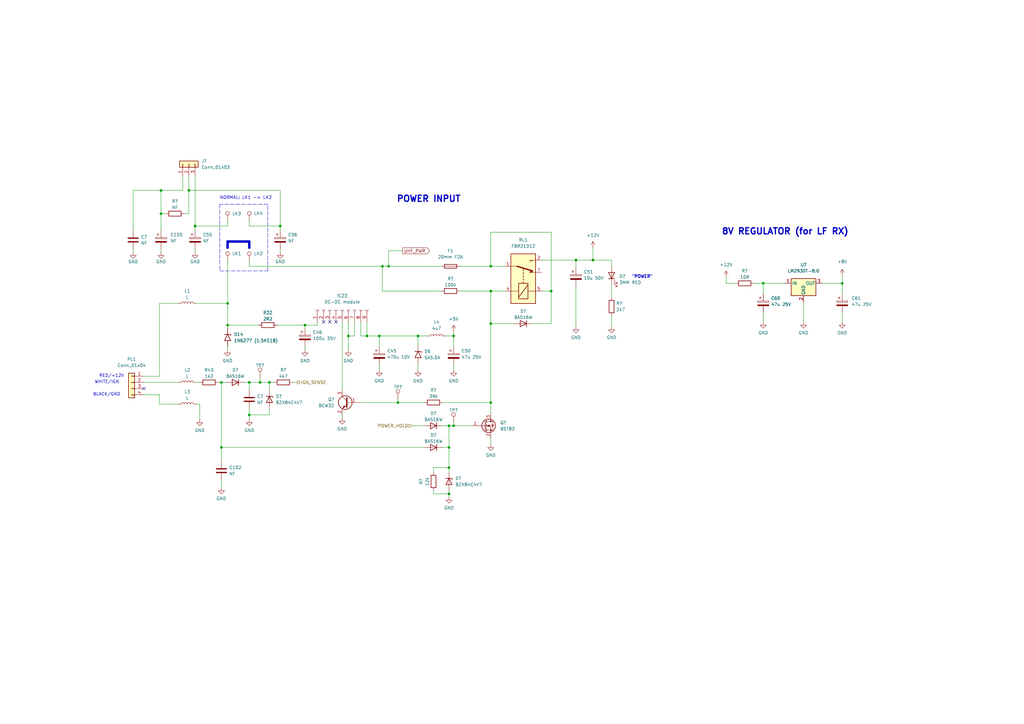
<source format=kicad_sch>
(kicad_sch (version 20211123) (generator eeschema)
  (paper "A3")
  (title_block (title "Datatrak Locator Mk.2 - Power Input and PSU") (date "2022-07-08") (rev "B"))
  (lib_symbols
    (symbol "Connector:Conn_01x09_Female" (pin_names (offset 1.016) hide)
      (property "Reference" "J" (at 0 12.7 0))
      (property "Value" "Conn_01x09_Female" (at 0 -12.7 0))
      (symbol "Conn_01x09_Female_1_1"
        (arc (start 0 -9.652) (mid -0.508 -10.16) (end 0 -10.668) (stroke (width 0.1524)))
        (arc (start 0 -7.112) (mid -0.508 -7.62) (end 0 -8.128) (stroke (width 0.1524)))
        (arc (start 0 -4.572) (mid -0.508 -5.08) (end 0 -5.588) (stroke (width 0.1524)))
        (arc (start 0 -2.032) (mid -0.508 -2.54) (end 0 -3.048) (stroke (width 0.1524)))
        (polyline (pts (xy -1.27 -10.16) (xy -0.508 -10.16)) (stroke (width 0.1524)))
        (polyline (pts (xy -1.27 -7.62) (xy -0.508 -7.62)) (stroke (width 0.1524)))
        (polyline (pts (xy -1.27 -5.08) (xy -0.508 -5.08)) (stroke (width 0.1524)))
        (polyline (pts (xy -1.27 -2.54) (xy -0.508 -2.54)) (stroke (width 0.1524)))
        (polyline (pts (xy -1.27 0) (xy -0.508 0)) (stroke (width 0.1524)))
        (polyline (pts (xy -1.27 2.54) (xy -0.508 2.54)) (stroke (width 0.1524)))
        (polyline (pts (xy -1.27 5.08) (xy -0.508 5.08)) (stroke (width 0.1524)))
        (polyline (pts (xy -1.27 7.62) (xy -0.508 7.62)) (stroke (width 0.1524)))
        (polyline (pts (xy -1.27 10.16) (xy -0.508 10.16)) (stroke (width 0.1524)))
        (arc (start 0 0.508) (mid -0.508 0) (end 0 -0.508) (stroke (width 0.1524)))
        (arc (start 0 3.048) (mid -0.508 2.54) (end 0 2.032) (stroke (width 0.1524)))
        (arc (start 0 5.588) (mid -0.508 5.08) (end 0 4.572) (stroke (width 0.1524)))
        (arc (start 0 8.128) (mid -0.508 7.62) (end 0 7.112) (stroke (width 0.1524)))
        (arc (start 0 10.668) (mid -0.508 10.16) (end 0 9.652) (stroke (width 0.1524)))
        (pin passive line (at -5.08 10.16 0) (length 3.81) (name "Pin_1") (number "1"))
        (pin passive line (at -5.08 7.62 0) (length 3.81) (name "Pin_2") (number "2"))
        (pin passive line (at -5.08 5.08 0) (length 3.81) (name "Pin_3") (number "3"))
        (pin passive line (at -5.08 2.54 0) (length 3.81) (name "Pin_4") (number "4"))
        (pin passive line (at -5.08 0 0) (length 3.81) (name "Pin_5") (number "5"))
        (pin passive line (at -5.08 -2.54 0) (length 3.81) (name "Pin_6") (number "6"))
        (pin passive line (at -5.08 -5.08 0) (length 3.81) (name "Pin_7") (number "7"))
        (pin passive line (at -5.08 -7.62 0) (length 3.81) (name "Pin_8") (number "8"))
        (pin passive line (at -5.08 -10.16 0) (length 3.81) (name "Pin_9") (number "9"))
      )
    )
    (symbol "Connector:TestPoint" (pin_numbers hide) (pin_names (offset 0.762) hide)
      (property "Reference" "TP" (at 0 6.858 0))
      (property "Value" "TestPoint" (at 0 5.08 0))
      (symbol "TestPoint_0_1"
        (circle (center 0 3.302) (radius 0.762))
      )
      (symbol "TestPoint_1_1"
        (pin passive line (at 0 0 90) (length 2.54) (name "1") (number "1"))
      )
    )
    (symbol "Connector_Generic:Conn_01x03" (pin_names (offset 1.016) hide)
      (property "Reference" "J" (at 0 5.08 0))
      (property "Value" "Conn_01x03" (at 0 -5.08 0))
      (symbol "Conn_01x03_1_1"
        (rectangle (start -1.27 -2.413) (end 0 -2.667) (stroke (width 0.1524)))
        (rectangle (start -1.27 0.127) (end 0 -0.127) (stroke (width 0.1524)))
        (rectangle (start -1.27 2.667) (end 0 2.413) (stroke (width 0.1524)))
        (rectangle (start -1.27 3.81) (end 1.27 -3.81) (stroke (width 0.254)) (fill (type background)))
        (pin passive line (at -5.08 2.54 0) (length 3.81) (name "Pin_1") (number "1"))
        (pin passive line (at -5.08 0 0) (length 3.81) (name "Pin_2") (number "2"))
        (pin passive line (at -5.08 -2.54 0) (length 3.81) (name "Pin_3") (number "3"))
      )
    )
    (symbol "Connector_Generic:Conn_01x04" (pin_names (offset 1.016) hide)
      (property "Reference" "J" (at 0 5.08 0))
      (property "Value" "Conn_01x04" (at 0 -7.62 0))
      (symbol "Conn_01x04_1_1"
        (rectangle (start -1.27 -4.953) (end 0 -5.207) (stroke (width 0.1524)))
        (rectangle (start -1.27 -2.413) (end 0 -2.667) (stroke (width 0.1524)))
        (rectangle (start -1.27 0.127) (end 0 -0.127) (stroke (width 0.1524)))
        (rectangle (start -1.27 2.667) (end 0 2.413) (stroke (width 0.1524)))
        (rectangle (start -1.27 3.81) (end 1.27 -6.35) (stroke (width 0.254)) (fill (type background)))
        (pin passive line (at -5.08 2.54 0) (length 3.81) (name "Pin_1") (number "1"))
        (pin passive line (at -5.08 0 0) (length 3.81) (name "Pin_2") (number "2"))
        (pin passive line (at -5.08 -2.54 0) (length 3.81) (name "Pin_3") (number "3"))
        (pin passive line (at -5.08 -5.08 0) (length 3.81) (name "Pin_4") (number "4"))
      )
    )
    (symbol "Device:C" (pin_numbers hide) (pin_names (offset 0.254))
      (property "Reference" "C" (at 0.635 2.54 0))
      (property "Value" "C" (at 0.635 -2.54 0))
      (symbol "C_0_1"
        (polyline (pts (xy -2.032 -0.762) (xy 2.032 -0.762)) (stroke (width 0.508)))
        (polyline (pts (xy -2.032 0.762) (xy 2.032 0.762)) (stroke (width 0.508)))
      )
      (symbol "C_1_1"
        (pin passive line (at 0 3.81 270) (length 2.794) (name "~") (number "1"))
        (pin passive line (at 0 -3.81 90) (length 2.794) (name "~") (number "2"))
      )
    )
    (symbol "Device:C_Polarized" (pin_numbers hide) (pin_names (offset 0.254))
      (property "Reference" "C" (at 0.635 2.54 0))
      (property "Value" "C_Polarized" (at 0.635 -2.54 0))
      (symbol "C_Polarized_0_1"
        (rectangle (start -2.286 0.508) (end 2.286 1.016))
        (polyline (pts (xy -1.778 2.286) (xy -0.762 2.286)))
        (polyline (pts (xy -1.27 2.794) (xy -1.27 1.778)))
        (rectangle (start 2.286 -0.508) (end -2.286 -1.016) (fill (type outline)))
      )
      (symbol "C_Polarized_1_1"
        (pin passive line (at 0 3.81 270) (length 2.794) (name "~") (number "1"))
        (pin passive line (at 0 -3.81 90) (length 2.794) (name "~") (number "2"))
      )
    )
    (symbol "Device:Fuse" (pin_numbers hide) (pin_names (offset 0))
      (property "Reference" "F" (at 2.032 0 90))
      (property "Value" "Fuse" (at -1.905 0 90))
      (symbol "Fuse_0_1"
        (rectangle (start -0.762 -2.54) (end 0.762 2.54) (stroke (width 0.254)))
        (polyline (pts (xy 0 2.54) (xy 0 -2.54)))
      )
      (symbol "Fuse_1_1"
        (pin passive line (at 0 3.81 270) (length 1.27) (name "~") (number "1"))
        (pin passive line (at 0 -3.81 90) (length 1.27) (name "~") (number "2"))
      )
    )
    (symbol "Device:L" (pin_numbers hide) (pin_names (offset 1.016) hide)
      (property "Reference" "L" (at -1.27 0 90))
      (property "Value" "L" (at 1.905 0 90))
      (symbol "L_0_1"
        (arc (start 0 -2.54) (mid 0.635 -1.905) (end 0 -1.27))
        (arc (start 0 -1.27) (mid 0.635 -0.635) (end 0 0))
        (arc (start 0 0) (mid 0.635 0.635) (end 0 1.27))
        (arc (start 0 1.27) (mid 0.635 1.905) (end 0 2.54))
      )
      (symbol "L_1_1"
        (pin passive line (at 0 3.81 270) (length 1.27) (name "1") (number "1"))
        (pin passive line (at 0 -3.81 90) (length 1.27) (name "2") (number "2"))
      )
    )
    (symbol "Device:LED" (pin_numbers hide) (pin_names (offset 1.016) hide)
      (property "Reference" "D" (at 0 2.54 0))
      (property "Value" "LED" (at 0 -2.54 0))
      (symbol "LED_0_1"
        (polyline (pts (xy -1.27 -1.27) (xy -1.27 1.27)) (stroke (width 0.254)))
        (polyline (pts (xy -1.27 0) (xy 1.27 0)))
        (polyline (pts (xy 1.27 -1.27) (xy 1.27 1.27) (xy -1.27 0) (xy 1.27 -1.27)) (stroke (width 0.254)))
        (polyline (pts (xy -3.048 -0.762) (xy -4.572 -2.286) (xy -3.81 -2.286) (xy -4.572 -2.286) (xy -4.572 -1.524)))
        (polyline (pts (xy -1.778 -0.762) (xy -3.302 -2.286) (xy -2.54 -2.286) (xy -3.302 -2.286) (xy -3.302 -1.524)))
      )
      (symbol "LED_1_1"
        (pin passive line (at -3.81 0 0) (length 2.54) (name "K") (number "1"))
        (pin passive line (at 3.81 0 180) (length 2.54) (name "A") (number "2"))
      )
    )
    (symbol "Device:R" (pin_numbers hide) (pin_names (offset 0))
      (property "Reference" "R" (at 2.032 0 90))
      (property "Value" "R" (at 0 0 90))
      (symbol "R_0_1"
        (rectangle (start -1.016 -2.54) (end 1.016 2.54) (stroke (width 0.254)))
      )
      (symbol "R_1_1"
        (pin passive line (at 0 3.81 270) (length 1.27) (name "~") (number "1"))
        (pin passive line (at 0 -3.81 90) (length 1.27) (name "~") (number "2"))
      )
    )
    (symbol "Diode:1N62xxA" (pin_numbers hide) (pin_names (offset 1.016) hide)
      (property "Reference" "D" (at 0 2.54 0))
      (property "Value" "1N62xxA" (at 0 -2.54 0))
      (symbol "1N62xxA_0_1"
        (polyline (pts (xy -0.762 1.27) (xy -1.27 1.27) (xy -1.27 -1.27)) (stroke (width 0.254)))
        (polyline (pts (xy 1.27 1.27) (xy 1.27 -1.27) (xy -1.27 0) (xy 1.27 1.27)) (stroke (width 0.254)))
      )
      (symbol "1N62xxA_1_1"
        (pin passive line (at -3.81 0 0) (length 2.54) (name "A1") (number "1"))
        (pin passive line (at 3.81 0 180) (length 2.54) (name "A2") (number "2"))
      )
    )
    (symbol "Diode:BAS16W" (pin_numbers hide) (pin_names hide)
      (property "Reference" "D" (at 0 2.54 0))
      (property "Value" "BAS16W" (at 0 -2.54 0))
      (symbol "BAS16W_0_1"
        (polyline (pts (xy -1.27 1.27) (xy -1.27 -1.27)) (stroke (width 0.254)))
        (polyline (pts (xy 1.27 0) (xy -1.27 0)))
        (polyline (pts (xy 1.27 1.27) (xy 1.27 -1.27) (xy -1.27 0) (xy 1.27 1.27)) (stroke (width 0.254)))
      )
      (symbol "BAS16W_1_1"
        (pin passive line (at 3.81 0 180) (length 2.54) (name "A") (number "1"))
        (pin no_connect line (at -1.27 0 0) (length 2.54) hide (name "NC") (number "2"))
        (pin passive line (at -3.81 0 0) (length 2.54) (name "K") (number "3"))
      )
    )
    (symbol "Diode:BZX84Cxx" (pin_numbers hide) (pin_names hide)
      (property "Reference" "D" (at 0 3.81 0))
      (property "Value" "BZX84Cxx" (at 0 -3.81 0))
      (symbol "BZX84Cxx_0_1"
        (polyline (pts (xy 1.27 0) (xy -1.27 0)))
        (polyline (pts (xy -1.27 -1.27) (xy -1.27 1.27) (xy -0.762 1.27)) (stroke (width 0.254)))
        (polyline (pts (xy 1.27 -1.27) (xy 1.27 1.27) (xy -1.27 0) (xy 1.27 -1.27)) (stroke (width 0.254)))
      )
      (symbol "BZX84Cxx_1_1"
        (pin passive line (at 3.81 0 180) (length 2.54) (name "A") (number "1"))
        (pin no_connect line (at 1.27 0 180) (length 2.54) hide (name "NC") (number "2"))
        (pin passive line (at -3.81 0 0) (length 2.54) (name "K") (number "3"))
      )
    )
    (symbol "LocatorMk2:FBR21D12"
      (property "Reference" "RL" (at 11.43 3.81 0))
      (property "Value" "FBR21D12" (at 11.43 1.27 0))
      (symbol "FBR21D12_0_0"
        (polyline (pts (xy 7.62 5.08) (xy 7.62 2.54) (xy 6.985 3.175) (xy 7.62 3.81)))
      )
      (symbol "FBR21D12_0_1"
        (rectangle (start -10.16 5.08) (end 10.16 -5.08) (stroke (width 0.254)) (fill (type background)))
        (rectangle (start -8.255 1.905) (end -1.905 -1.905) (stroke (width 0.254)))
        (polyline (pts (xy -7.62 -1.905) (xy -2.54 1.905)) (stroke (width 0.254)))
        (polyline (pts (xy -5.08 -5.08) (xy -5.08 -1.905)))
        (polyline (pts (xy -5.08 5.08) (xy -5.08 1.905)))
        (polyline (pts (xy -1.905 0) (xy -1.27 0)) (stroke (width 0.254)))
        (polyline (pts (xy -0.635 0) (xy 0 0)) (stroke (width 0.254)))
        (polyline (pts (xy 0.635 0) (xy 1.27 0)) (stroke (width 0.254)))
        (polyline (pts (xy 1.905 0) (xy 2.54 0)) (stroke (width 0.254)))
        (polyline (pts (xy 3.175 0) (xy 3.81 0)) (stroke (width 0.254)))
        (polyline (pts (xy 5.08 -2.54) (xy 3.175 3.81)) (stroke (width 0.508)))
        (polyline (pts (xy 5.08 -2.54) (xy 5.08 -5.08)))
        (polyline (pts (xy 2.54 5.08) (xy 2.54 2.54) (xy 3.175 3.175) (xy 2.54 3.81)) (fill (type outline)))
      )
      (symbol "FBR21D12_1_1"
        (pin passive line (at 5.08 -7.62 90) (length 2.54) (name "~") (number "1"))
        (pin passive line (at 7.62 7.62 270) (length 2.54) (name "~") (number "2"))
        (pin passive line (at -5.08 -7.62 90) (length 2.54) (name "~") (number "4"))
        (pin passive line (at -5.08 7.62 270) (length 2.54) (name "~") (number "5"))
        (pin passive line (at 2.54 7.62 270) (length 2.54) (name "~") (number "7"))
        (pin passive line (at 5.08 -7.62 90) (length 2.54) hide (name "~") (number "8"))
      )
    )
    (symbol "Regulator_Linear:L7808" (pin_names (offset 0.254))
      (property "Reference" "U" (at -3.81 3.175 0))
      (property "Value" "L7808" (at 0 3.175 0))
      (symbol "L7808_0_1"
        (rectangle (start -5.08 1.905) (end 5.08 -5.08) (stroke (width 0.254)) (fill (type background)))
      )
      (symbol "L7808_1_1"
        (pin power_in line (at -7.62 0 0) (length 2.54) (name "IN") (number "1"))
        (pin power_in line (at 0 -7.62 90) (length 2.54) (name "GND") (number "2"))
        (pin power_out line (at 7.62 0 180) (length 2.54) (name "OUT") (number "3"))
      )
    )
    (symbol "Transistor_BJT:BC847" (pin_names (offset 0) hide)
      (property "Reference" "Q" (at 5.08 1.905 0))
      (property "Value" "BC847" (at 5.08 0 0))
      (symbol "BC847_0_1"
        (polyline (pts (xy 0.635 0.635) (xy 2.54 2.54)))
        (polyline (pts (xy 0.635 -0.635) (xy 2.54 -2.54) (xy 2.54 -2.54)))
        (polyline (pts (xy 0.635 1.905) (xy 0.635 -1.905) (xy 0.635 -1.905)) (stroke (width 0.508)))
        (polyline (pts (xy 1.27 -1.778) (xy 1.778 -1.27) (xy 2.286 -2.286) (xy 1.27 -1.778) (xy 1.27 -1.778)) (fill (type outline)))
        (circle (center 1.27 0) (radius 2.8194) (stroke (width 0.254)))
      )
      (symbol "BC847_1_1"
        (pin input line (at -5.08 0 0) (length 5.715) (name "B") (number "1"))
        (pin passive line (at 2.54 -5.08 90) (length 2.54) (name "E") (number "2"))
        (pin passive line (at 2.54 5.08 270) (length 2.54) (name "C") (number "3"))
      )
    )
    (symbol "Transistor_FET:BSS123" (pin_names hide)
      (property "Reference" "Q" (at 5.08 1.905 0))
      (property "Value" "BSS123" (at 5.08 0 0))
      (symbol "BSS123_0_1"
        (polyline (pts (xy 0.254 0) (xy -2.54 0)))
        (polyline (pts (xy 0.254 1.905) (xy 0.254 -1.905)) (stroke (width 0.254)))
        (polyline (pts (xy 0.762 -1.27) (xy 0.762 -2.286)) (stroke (width 0.254)))
        (polyline (pts (xy 0.762 0.508) (xy 0.762 -0.508)) (stroke (width 0.254)))
        (polyline (pts (xy 0.762 2.286) (xy 0.762 1.27)) (stroke (width 0.254)))
        (polyline (pts (xy 2.54 2.54) (xy 2.54 1.778)))
        (polyline (pts (xy 2.54 -2.54) (xy 2.54 0) (xy 0.762 0)))
        (polyline (pts (xy 0.762 -1.778) (xy 3.302 -1.778) (xy 3.302 1.778) (xy 0.762 1.778)))
        (polyline (pts (xy 1.016 0) (xy 2.032 0.381) (xy 2.032 -0.381) (xy 1.016 0)) (fill (type outline)))
        (polyline (pts (xy 2.794 0.508) (xy 2.921 0.381) (xy 3.683 0.381) (xy 3.81 0.254)))
        (polyline (pts (xy 3.302 0.381) (xy 2.921 -0.254) (xy 3.683 -0.254) (xy 3.302 0.381)))
        (circle (center 1.651 0) (radius 2.794) (stroke (width 0.254)))
        (circle (center 2.54 -1.778) (radius 0.254) (fill (type outline)))
        (circle (center 2.54 1.778) (radius 0.254) (fill (type outline)))
      )
      (symbol "BSS123_1_1"
        (pin input line (at -5.08 0 0) (length 2.54) (name "G") (number "1"))
        (pin passive line (at 2.54 -5.08 90) (length 2.54) (name "S") (number "2"))
        (pin passive line (at 2.54 5.08 270) (length 2.54) (name "D") (number "3"))
      )
    )
    (symbol "power:+12V" (power) (pin_names (offset 0))
      (property "Value" "+12V" (at 0 3.556 0))
      (symbol "+12V_0_1"
        (polyline (pts (xy -0.762 1.27) (xy 0 2.54)))
        (polyline (pts (xy 0 0) (xy 0 2.54)))
        (polyline (pts (xy 0 2.54) (xy 0.762 1.27)))
      )
      (symbol "+12V_1_1"
        (pin power_in line (at 0 0 90) (length 0) hide (name "+12V") (number "1"))
      )
    )
    (symbol "power:+5V" (power) (pin_names (offset 0))
      (property "Value" "+5V" (at 0 3.556 0))
      (symbol "+5V_0_1"
        (polyline (pts (xy -0.762 1.27) (xy 0 2.54)))
        (polyline (pts (xy 0 0) (xy 0 2.54)))
        (polyline (pts (xy 0 2.54) (xy 0.762 1.27)))
      )
      (symbol "+5V_1_1"
        (pin power_in line (at 0 0 90) (length 0) hide (name "+5V") (number "1"))
      )
    )
    (symbol "power:+8V" (power) (pin_names (offset 0))
      (property "Value" "+8V" (at 0 3.556 0))
      (symbol "+8V_0_1"
        (polyline (pts (xy -0.762 1.27) (xy 0 2.54)))
        (polyline (pts (xy 0 0) (xy 0 2.54)))
        (polyline (pts (xy 0 2.54) (xy 0.762 1.27)))
      )
      (symbol "+8V_1_1"
        (pin power_in line (at 0 0 90) (length 0) hide (name "+8V") (number "1"))
      )
    )
    (symbol "power:GND" (power) (pin_names (offset 0))
      (property "Value" "GND" (at 0 -3.81 0))
      (symbol "GND_0_1"
        (polyline (pts (xy 0 0) (xy 0 -1.27) (xy 1.27 -1.27) (xy 0 -2.54) (xy -1.27 -1.27) (xy 0 -1.27)))
      )
      (symbol "GND_1_1"
        (pin power_in line (at 0 0 270) (length 0) hide (name "GND") (number "1"))
      )
    )
  )
  (junction (at 226.06 119.38))
  (junction (at 201.295 119.38))
  (junction (at 184.15 191.77))
  (junction (at 77.47 78.105))
  (junction (at 201.295 109.22))
  (junction (at 125.095 133.35))
  (junction (at 102.235 156.845))
  (junction (at 184.15 174.625))
  (junction (at 110.49 156.845))
  (junction (at 114.935 92.71))
  (junction (at 163.195 165.1))
  (junction (at 236.22 106.68))
  (junction (at 90.805 156.845))
  (junction (at 66.04 78.105))
  (junction (at 345.44 116.205))
  (junction (at 93.345 133.35))
  (junction (at 93.345 124.46))
  (junction (at 150.495 137.795))
  (junction (at 155.575 137.795))
  (junction (at 313.055 116.205))
  (junction (at 106.68 156.845))
  (junction (at 171.45 137.795))
  (junction (at 184.15 202.565))
  (junction (at 142.875 137.795))
  (junction (at 184.15 183.515))
  (junction (at 156.845 109.22))
  (junction (at 186.055 137.795))
  (junction (at 159.385 109.22))
  (junction (at 201.295 132.715))
  (junction (at 102.235 170.18))
  (junction (at 80.01 92.71))
  (junction (at 66.04 87.63))
  (junction (at 90.805 183.515))
  (junction (at 201.295 165.1))
  (junction (at 186.055 174.625))
  (junction (at 243.205 106.68))
  (no_connect (at 135.255 132.08))
  (no_connect (at 59.055 159.385))
  (no_connect (at 132.715 132.08))
  (no_connect (at 137.795 132.08))
  (wire (pts (xy 177.8 202.565) (xy 177.8 201.295)))
  (wire (pts (xy 54.61 78.105) (xy 66.04 78.105)))
  (wire (pts (xy 171.45 137.795) (xy 171.45 141.605)))
  (wire (pts (xy 188.595 109.22) (xy 201.295 109.22)))
  (polyline (pts (xy 102.235 99.06) (xy 102.235 101.6)) (stroke (width 1) (type solid)))
  (wire (pts (xy 184.15 201.295) (xy 184.15 202.565)))
  (wire (pts (xy 54.61 94.615) (xy 54.61 78.105)))
  (wire (pts (xy 125.095 133.35) (xy 125.095 134.62)))
  (wire (pts (xy 163.195 163.83) (xy 163.195 165.1)))
  (wire (pts (xy 90.805 196.85) (xy 90.805 200.025)))
  (wire (pts (xy 226.06 119.38) (xy 226.06 95.25)))
  (wire (pts (xy 168.91 174.625) (xy 173.99 174.625)))
  (wire (pts (xy 90.805 156.845) (xy 92.71 156.845)))
  (wire (pts (xy 102.235 92.71) (xy 102.235 90.805)))
  (wire (pts (xy 165.1 102.87) (xy 159.385 102.87)))
  (wire (pts (xy 93.345 133.35) (xy 106.045 133.35)))
  (wire (pts (xy 142.875 137.795) (xy 142.875 143.51)))
  (wire (pts (xy 186.055 149.86) (xy 186.055 151.765)))
  (wire (pts (xy 90.805 183.515) (xy 173.99 183.515)))
  (wire (pts (xy 80.01 92.71) (xy 80.01 94.615)))
  (wire (pts (xy 142.875 132.08) (xy 142.875 137.795)))
  (wire (pts (xy 65.405 124.46) (xy 73.025 124.46)))
  (wire (pts (xy 186.055 173.355) (xy 186.055 174.625)))
  (wire (pts (xy 250.825 116.84) (xy 250.825 121.92)))
  (wire (pts (xy 114.935 92.71) (xy 102.235 92.71)))
  (wire (pts (xy 201.295 165.1) (xy 201.295 132.715)))
  (wire (pts (xy 181.61 183.515) (xy 184.15 183.515)))
  (wire (pts (xy 54.61 102.235) (xy 54.61 103.505)))
  (wire (pts (xy 181.61 174.625) (xy 184.15 174.625)))
  (wire (pts (xy 89.535 156.845) (xy 90.805 156.845)))
  (wire (pts (xy 102.235 170.18) (xy 102.235 172.085)))
  (wire (pts (xy 113.665 133.35) (xy 125.095 133.35)))
  (wire (pts (xy 201.295 165.1) (xy 201.295 169.545)))
  (wire (pts (xy 102.235 167.64) (xy 102.235 170.18)))
  (wire (pts (xy 110.49 167.64) (xy 110.49 170.18)))
  (wire (pts (xy 155.575 137.795) (xy 155.575 142.24)))
  (wire (pts (xy 201.295 119.38) (xy 201.295 132.715)))
  (wire (pts (xy 184.15 174.625) (xy 184.15 183.515)))
  (wire (pts (xy 150.495 132.08) (xy 150.495 137.795)))
  (wire (pts (xy 80.645 156.845) (xy 81.915 156.845)))
  (polyline (pts (xy 90.17 111.125) (xy 109.855 111.125)))
  (wire (pts (xy 80.645 124.46) (xy 93.345 124.46)))
  (wire (pts (xy 125.095 142.24) (xy 125.095 143.51)))
  (wire (pts (xy 313.055 128.27) (xy 313.055 132.08)))
  (wire (pts (xy 156.845 109.22) (xy 156.845 119.38)))
  (wire (pts (xy 114.935 78.105) (xy 114.935 92.71)))
  (wire (pts (xy 59.055 156.845) (xy 73.025 156.845)))
  (wire (pts (xy 243.205 106.68) (xy 250.825 106.68)))
  (wire (pts (xy 181.61 165.1) (xy 201.295 165.1)))
  (wire (pts (xy 114.935 102.235) (xy 114.935 103.505)))
  (polyline (pts (xy 90.17 83.82) (xy 90.17 111.125)))
  (wire (pts (xy 93.345 133.35) (xy 93.345 134.62)))
  (wire (pts (xy 74.93 78.105) (xy 74.93 72.39)))
  (wire (pts (xy 236.22 106.68) (xy 243.205 106.68)))
  (wire (pts (xy 186.055 174.625) (xy 193.675 174.625)))
  (wire (pts (xy 218.44 132.715) (xy 226.06 132.715)))
  (wire (pts (xy 66.04 102.235) (xy 66.04 103.505)))
  (wire (pts (xy 201.295 109.22) (xy 207.01 109.22)))
  (wire (pts (xy 77.47 87.63) (xy 77.47 78.105)))
  (wire (pts (xy 147.955 165.1) (xy 163.195 165.1)))
  (wire (pts (xy 180.975 119.38) (xy 156.845 119.38)))
  (wire (pts (xy 145.415 132.08) (xy 145.415 137.795)))
  (wire (pts (xy 93.345 124.46) (xy 93.345 133.35)))
  (wire (pts (xy 226.06 95.25) (xy 201.295 95.25)))
  (polyline (pts (xy 109.855 83.82) (xy 90.17 83.82)))
  (wire (pts (xy 93.345 90.805) (xy 93.345 92.71)))
  (wire (pts (xy 110.49 156.845) (xy 106.68 156.845)))
  (wire (pts (xy 159.385 109.22) (xy 180.975 109.22)))
  (wire (pts (xy 80.01 102.235) (xy 80.01 103.505)))
  (wire (pts (xy 65.405 161.925) (xy 59.055 161.925)))
  (wire (pts (xy 186.055 137.795) (xy 186.055 142.24)))
  (wire (pts (xy 147.955 137.795) (xy 150.495 137.795)))
  (wire (pts (xy 184.15 174.625) (xy 186.055 174.625)))
  (wire (pts (xy 110.49 160.02) (xy 110.49 156.845)))
  (wire (pts (xy 184.15 191.77) (xy 184.15 193.675)))
  (wire (pts (xy 186.055 137.795) (xy 186.055 135.89)))
  (wire (pts (xy 140.335 132.08) (xy 140.335 160.02)))
  (wire (pts (xy 156.845 109.22) (xy 159.385 109.22)))
  (wire (pts (xy 171.45 149.225) (xy 171.45 151.765)))
  (wire (pts (xy 297.815 116.205) (xy 297.815 113.665)))
  (wire (pts (xy 250.825 129.54) (xy 250.825 133.985)))
  (wire (pts (xy 114.935 92.71) (xy 114.935 94.615)))
  (wire (pts (xy 201.295 119.38) (xy 207.01 119.38)))
  (wire (pts (xy 102.235 156.845) (xy 102.235 160.02)))
  (wire (pts (xy 106.68 156.845) (xy 102.235 156.845)))
  (wire (pts (xy 250.825 106.68) (xy 250.825 109.22)))
  (wire (pts (xy 182.88 137.795) (xy 186.055 137.795)))
  (wire (pts (xy 345.44 128.27) (xy 345.44 132.08)))
  (wire (pts (xy 102.235 109.22) (xy 102.235 107.315)))
  (wire (pts (xy 147.955 132.08) (xy 147.955 137.795)))
  (wire (pts (xy 65.405 161.925) (xy 65.405 165.735)))
  (wire (pts (xy 163.195 165.1) (xy 173.99 165.1)))
  (wire (pts (xy 93.345 142.24) (xy 93.345 143.51)))
  (wire (pts (xy 140.335 170.18) (xy 140.335 171.45)))
  (polyline (pts (xy 93.345 99.06) (xy 102.235 99.06)) (stroke (width 1) (type solid)))
  (wire (pts (xy 150.495 137.795) (xy 155.575 137.795)))
  (wire (pts (xy 313.055 116.205) (xy 313.055 120.65)))
  (wire (pts (xy 75.565 87.63) (xy 77.47 87.63)))
  (wire (pts (xy 66.04 94.615) (xy 66.04 87.63)))
  (wire (pts (xy 236.22 106.68) (xy 236.22 109.855)))
  (wire (pts (xy 177.8 191.77) (xy 184.15 191.77)))
  (wire (pts (xy 188.595 119.38) (xy 201.295 119.38)))
  (wire (pts (xy 301.625 116.205) (xy 297.815 116.205)))
  (wire (pts (xy 177.8 193.675) (xy 177.8 191.77)))
  (wire (pts (xy 243.205 101.6) (xy 243.205 106.68)))
  (wire (pts (xy 145.415 137.795) (xy 142.875 137.795)))
  (wire (pts (xy 201.295 95.25) (xy 201.295 109.22)))
  (wire (pts (xy 201.295 179.705) (xy 201.295 182.245)))
  (wire (pts (xy 171.45 137.795) (xy 175.26 137.795)))
  (wire (pts (xy 345.44 116.205) (xy 345.44 120.65)))
  (wire (pts (xy 222.25 106.68) (xy 236.22 106.68)))
  (wire (pts (xy 90.805 183.515) (xy 90.805 189.23)))
  (wire (pts (xy 236.22 117.475) (xy 236.22 133.985)))
  (wire (pts (xy 77.47 72.39) (xy 77.47 78.105)))
  (wire (pts (xy 155.575 137.795) (xy 171.45 137.795)))
  (wire (pts (xy 80.01 92.71) (xy 93.345 92.71)))
  (wire (pts (xy 329.565 123.825) (xy 329.565 132.08)))
  (wire (pts (xy 120.015 156.845) (xy 121.92 156.845)))
  (wire (pts (xy 66.04 87.63) (xy 67.945 87.63)))
  (polyline (pts (xy 93.345 101.6) (xy 93.345 99.06)) (stroke (width 1) (type solid)))
  (wire (pts (xy 337.185 116.205) (xy 345.44 116.205)))
  (wire (pts (xy 102.235 170.18) (xy 110.49 170.18)))
  (wire (pts (xy 106.68 154.94) (xy 106.68 156.845)))
  (wire (pts (xy 59.055 154.305) (xy 65.405 154.305)))
  (wire (pts (xy 125.095 133.35) (xy 130.175 133.35)))
  (wire (pts (xy 130.175 133.35) (xy 130.175 132.08)))
  (wire (pts (xy 155.575 149.86) (xy 155.575 151.765)))
  (wire (pts (xy 184.15 202.565) (xy 184.15 203.835)))
  (wire (pts (xy 226.06 132.715) (xy 226.06 119.38)))
  (wire (pts (xy 66.04 78.105) (xy 74.93 78.105)))
  (wire (pts (xy 156.845 109.22) (xy 102.235 109.22)))
  (wire (pts (xy 345.44 116.205) (xy 345.44 113.03)))
  (wire (pts (xy 309.245 116.205) (xy 313.055 116.205)))
  (wire (pts (xy 159.385 102.87) (xy 159.385 109.22)))
  (wire (pts (xy 77.47 78.105) (xy 114.935 78.105)))
  (wire (pts (xy 90.805 156.845) (xy 90.805 183.515)))
  (wire (pts (xy 81.915 165.735) (xy 81.915 172.085)))
  (wire (pts (xy 201.295 132.715) (xy 210.82 132.715)))
  (wire (pts (xy 65.405 154.305) (xy 65.405 124.46)))
  (wire (pts (xy 66.04 87.63) (xy 66.04 78.105)))
  (wire (pts (xy 184.15 202.565) (xy 177.8 202.565)))
  (polyline (pts (xy 109.855 111.125) (xy 109.855 83.82)))
  (wire (pts (xy 184.15 183.515) (xy 184.15 191.77)))
  (wire (pts (xy 313.055 116.205) (xy 321.945 116.205)))
  (wire (pts (xy 93.345 107.315) (xy 93.345 124.46)))
  (wire (pts (xy 80.01 72.39) (xy 80.01 92.71)))
  (wire (pts (xy 65.405 165.735) (xy 73.025 165.735)))
  (wire (pts (xy 100.33 156.845) (xy 102.235 156.845)))
  (wire (pts (xy 80.645 165.735) (xy 81.915 165.735)))
  (wire (pts (xy 222.25 119.38) (xy 226.06 119.38)))
  (wire (pts (xy 110.49 156.845) (xy 112.395 156.845)))
  (text "WHITE/IGN" (at 38.735 157.48 0) (effects (font (size 1.27 1.27)) (justify left bottom)))
  (text "BLACK/GND" (at 38.1 162.56 0) (effects (font (size 1.27 1.27)) (justify left bottom)))
  (text "\"POWER\"" (at 259.08 114.3 0) (effects (font (size 1.27 1.27) (thickness 0.254) bold) (justify left bottom)))
  (text "RED/+12V" (at 40.64 154.94 0) (effects (font (size 1.27 1.27)) (justify left bottom)))
  (text "NORMAL: LK1 -> LK2" (at 90.17 81.915 0) (effects (font (size 1.27 1.27)) (justify left bottom)))
  (text "8V REGULATOR (for LF RX)" (at 295.91 96.52 0) (effects (font (size 2.54 2.54) (thickness 0.508) bold) (justify left bottom)))
  (text "POWER INPUT" (at 162.56 83.185 0) (effects (font (size 2.54 2.54) (thickness 0.508) bold) (justify left bottom)))
  (global_label "UHF_PWR" (shape output) (at 165.1 102.87 0) (property "Intersheet References" "${INTERSHEET_REFS}" (effects hide)))
  (hierarchical_label "POWER_HOLD" (shape input) (at 168.91 174.625 180))
  (hierarchical_label "IGN_SENSE" (shape output) (at 121.92 156.845 0))
  (symbol (lib_id "power:GND") (at 329.565 132.08 0) (unit 1)
    (property "Reference" "#PWR?" (effects hide))
    (property "Value" "GND" (at 329.565 136.525 0))
  )
  (symbol (lib_id "Device:C") (at 54.61 98.425 0) (unit 1)
    (property "Reference" "C?" (at 57.785 97.1549 0) (effects (justify left)))
    (property "Value" "NF" (at 57.785 99.6949 0) (effects (justify left)))
  )
  (symbol (lib_id "Connector:TestPoint") (at 102.235 90.805 0) (unit 1)
    (property "Reference" "LK4" (at 104.14 87.5029 0) (effects (justify left)))
    (property "Value" "LINK" (effects hide))
  )
  (symbol (lib_id "Diode:BAS16W") (at 177.8 174.625 180) (unit 1)
    (property "Reference" "D?" (at 177.8 169.545 0))
    (property "Value" "BAS16W" (at 177.8 172.085 0))
    (property "Footprint" "Package_TO_SOT_SMD:SOT-323_SC-70" (effects hide))
    (property "Datasheet" "https://assets.nexperia.com/documents/data-sheet/BAS16_SER.pdf" (effects hide))
  )
  (symbol (lib_id "power:GND") (at 201.295 182.245 0) (unit 1)
    (property "Reference" "#PWR0227" (effects hide))
    (property "Value" "GND" (at 201.295 186.69 0))
  )
  (symbol (lib_id "Device:C_Polarized") (at 125.095 138.43 0) (unit 1)
    (property "Reference" "C46" (at 128.27 136.2709 0) (effects (justify left)))
    (property "Value" "100u 35V" (at 128.27 138.8109 0) (effects (justify left)))
  )
  (symbol (lib_id "Diode:BAS16W") (at 214.63 132.715 180) (unit 1)
    (property "Reference" "D?" (at 214.63 127.635 0))
    (property "Value" "BAS16W" (at 214.63 130.175 0))
    (property "Footprint" "Package_TO_SOT_SMD:SOT-323_SC-70" (effects hide))
    (property "Datasheet" "https://assets.nexperia.com/documents/data-sheet/BAS16_SER.pdf" (effects hide))
  )
  (symbol (lib_id "Diode:1N62xxA") (at 93.345 138.43 270) (unit 1)
    (property "Reference" "D14" (at 95.885 137.1599 90) (effects (justify left)))
    (property "Value" "1N6277 (1.5KE18)" (at 95.885 139.6999 90) (effects (justify left)))
    (property "Footprint" "Diode_THT:D_DO-201AE_P15.24mm_Horizontal" (effects hide))
    (property "Datasheet" "https://www.vishay.com/docs/88301/15ke.pdf" (effects hide))
  )
  (symbol (lib_id "Device:C_Polarized") (at 80.01 98.425 0) (unit 1)
    (property "Reference" "C55" (at 83.185 96.2659 0) (effects (justify left)))
    (property "Value" "NF" (at 83.185 98.8059 0) (effects (justify left)))
  )
  (symbol (lib_id "Connector:Conn_01x09_Female") (at 140.335 127 90) (unit 1)
    (property "Reference" "IC23" (at 140.335 121.285 90))
    (property "Value" "DC-DC module" (at 140.335 123.825 90))
  )
  (symbol (lib_id "power:GND") (at 66.04 103.505 0) (unit 1)
    (property "Reference" "#PWR0232" (effects hide))
    (property "Value" "GND" (at 66.04 107.315 0))
  )
  (symbol (lib_id "power:GND") (at 54.61 103.505 0) (unit 1)
    (property "Reference" "#PWR0231" (effects hide))
    (property "Value" "GND" (at 54.61 107.315 0))
  )
  (symbol (lib_id "power:GND") (at 90.805 200.025 0) (unit 1)
    (property "Reference" "#PWR0224" (effects hide))
    (property "Value" "GND" (at 90.805 204.47 0))
  )
  (symbol (lib_id "Diode:BAS16W") (at 177.8 183.515 180) (unit 1)
    (property "Reference" "D?" (at 177.8 178.435 0))
    (property "Value" "BAS16W" (at 177.8 180.975 0))
    (property "Footprint" "Package_TO_SOT_SMD:SOT-323_SC-70" (effects hide))
    (property "Datasheet" "https://assets.nexperia.com/documents/data-sheet/BAS16_SER.pdf" (effects hide))
  )
  (symbol (lib_id "Transistor_FET:BSS123") (at 198.755 174.625 0) (unit 1)
    (property "Reference" "Q?" (at 205.105 173.3549 0) (effects (justify left)))
    (property "Value" "BST82" (at 205.105 175.8949 0) (effects (justify left)))
    (property "Footprint" "Package_TO_SOT_SMD:SOT-23" (effects hide))
    (property "Datasheet" "http://www.diodes.com/assets/Datasheets/ds30366.pdf" (effects hide))
  )
  (symbol (lib_id "Diode:BZX84Cxx") (at 110.49 163.83 270) (unit 1)
    (property "Reference" "D?" (at 113.03 162.5599 90) (effects (justify left)))
    (property "Value" "BZX84C4V7" (at 113.03 165.0999 90) (effects (justify left)))
    (property "Footprint" "Package_TO_SOT_SMD:SOT-23" (effects hide))
    (property "Datasheet" "https://diotec.com/tl_files/diotec/files/pdf/datasheets/bzx84c2v4.pdf" (effects hide))
  )
  (symbol (lib_id "Device:C_Polarized") (at 155.575 146.05 0) (unit 1)
    (property "Reference" "C45" (at 158.75 143.8909 0) (effects (justify left)))
    (property "Value" "470u 10V" (at 158.75 146.4309 0) (effects (justify left)))
  )
  (symbol (lib_id "Device:R") (at 177.8 165.1 90) (unit 1)
    (property "Reference" "R?" (at 177.8 160.02 90))
    (property "Value" "39k" (at 177.8 162.56 90))
  )
  (symbol (lib_id "Device:C_Polarized") (at 313.055 124.46 0) (unit 1)
    (property "Reference" "C60" (at 316.23 122.3009 0) (effects (justify left)))
    (property "Value" "47u 25V" (at 316.23 124.8409 0) (effects (justify left)))
  )
  (symbol (lib_id "power:GND") (at 140.335 171.45 0) (unit 1)
    (property "Reference" "#PWR0221" (effects hide))
    (property "Value" "GND" (at 140.335 175.895 0))
  )
  (symbol (lib_id "power:+5V") (at 186.055 135.89 0) (unit 1)
    (property "Reference" "#PWR0218" (effects hide))
    (property "Value" "+5V" (at 186.055 130.81 0))
  )
  (symbol (lib_id "Connector_Generic:Conn_01x03") (at 77.47 67.31 90) (unit 1)
    (property "Reference" "J?" (at 82.55 66.0399 90) (effects (justify right)))
    (property "Value" "Conn_01x03" (at 82.55 68.5799 90) (effects (justify right)))
  )
  (symbol (lib_id "Device:R") (at 250.825 125.73 0) (unit 1)
    (property "Reference" "R?" (at 252.73 124.4599 0) (effects (justify left)))
    (property "Value" "2k7" (at 252.73 126.9999 0) (effects (justify left)))
  )
  (symbol (lib_id "Device:L") (at 76.835 124.46 90) (unit 1)
    (property "Reference" "L1" (at 76.835 119.38 90))
    (property "Value" "L" (at 76.835 121.92 90))
  )
  (symbol (lib_id "power:GND") (at 81.915 172.085 0) (unit 1)
    (property "Reference" "#PWR0215" (effects hide))
    (property "Value" "GND" (at 81.915 176.53 0))
  )
  (symbol (lib_id "power:GND") (at 250.825 133.985 0) (unit 1)
    (property "Reference" "#PWR0222" (effects hide))
    (property "Value" "GND" (at 250.825 138.43 0))
  )
  (symbol (lib_id "power:GND") (at 80.01 103.505 0) (unit 1)
    (property "Reference" "#PWR0230" (effects hide))
    (property "Value" "GND" (at 80.01 107.315 0))
  )
  (symbol (lib_id "Device:LED") (at 250.825 113.03 90) (unit 1)
    (property "Reference" "D?" (at 254 113.3474 90) (effects (justify right)))
    (property "Value" "3MM RED" (at 254 115.8874 90) (effects (justify right)))
  )
  (symbol (lib_id "Device:L") (at 76.835 165.735 90) (unit 1)
    (property "Reference" "L3" (at 76.835 160.655 90))
    (property "Value" "L" (at 76.835 163.195 90))
  )
  (symbol (lib_id "LocatorMk2:FBR21D12") (at 214.63 114.3 270) (mirror x) (unit 1)
    (property "Reference" "RL1" (at 214.63 98.425 90))
    (property "Value" "FBR21D12" (at 214.63 100.965 90))
  )
  (symbol (lib_id "Connector:TestPoint") (at 106.68 154.94 0) (unit 1)
    (property "Reference" "TP?" (at 106.68 149.86 0))
    (property "Value" "TestPoint" (effects hide))
  )
  (symbol (lib_id "power:GND") (at 142.875 143.51 0) (unit 1)
    (property "Reference" "#PWR0214" (effects hide))
    (property "Value" "GND" (at 142.875 147.955 0))
  )
  (symbol (lib_id "Connector:TestPoint") (at 186.055 173.355 0) (unit 1)
    (property "Reference" "TP?" (at 186.055 168.275 0))
    (property "Value" "TestPoint" (effects hide))
  )
  (symbol (lib_id "power:+8V") (at 345.44 113.03 0) (unit 1)
    (property "Reference" "#PWR?" (effects hide))
    (property "Value" "+8V" (at 345.44 107.315 0))
  )
  (symbol (lib_id "Device:R") (at 184.785 119.38 90) (unit 1)
    (property "Reference" "R?" (at 184.785 114.3 90))
    (property "Value" "100k" (at 184.785 116.84 90))
  )
  (symbol (lib_id "power:+12V") (at 297.815 113.665 0) (unit 1)
    (property "Reference" "#PWR?" (effects hide))
    (property "Value" "+12V" (at 297.815 108.585 0))
  )
  (symbol (lib_id "power:GND") (at 114.935 103.505 0) (unit 1)
    (property "Reference" "#PWR0229" (effects hide))
    (property "Value" "GND" (at 114.935 107.315 0))
  )
  (symbol (lib_id "power:+12V") (at 243.205 101.6 0) (unit 1)
    (property "Reference" "#PWR0223" (effects hide))
    (property "Value" "+12V" (at 243.205 96.52 0))
  )
  (symbol (lib_id "Diode:1N62xxA") (at 171.45 145.415 270) (unit 1)
    (property "Reference" "D5" (at 173.99 144.1449 90) (effects (justify left)))
    (property "Value" "SA5.0A" (at 173.99 146.6849 90) (effects (justify left)))
    (property "Footprint" "Diode_THT:D_DO-15_P12.70mm_Horizontal" (effects hide))
  )
  (symbol (lib_id "Device:R") (at 177.8 197.485 180) (unit 1)
    (property "Reference" "R?" (at 172.72 197.485 90))
    (property "Value" "12k" (at 175.26 197.485 90))
  )
  (symbol (lib_id "Device:C") (at 102.235 163.83 0) (unit 1)
    (property "Reference" "C?" (at 105.41 162.5599 0) (effects (justify left)))
    (property "Value" "NF" (at 105.41 165.0999 0) (effects (justify left)))
  )
  (symbol (lib_id "power:GND") (at 345.44 132.08 0) (unit 1)
    (property "Reference" "#PWR?" (effects hide))
    (property "Value" "GND" (at 345.44 136.525 0))
  )
  (symbol (lib_id "Connector:TestPoint") (at 163.195 163.83 0) (unit 1)
    (property "Reference" "TP?" (at 163.195 158.75 0))
    (property "Value" "TestPoint" (effects hide))
  )
  (symbol (lib_id "Connector:TestPoint") (at 93.345 90.805 0) (unit 1)
    (property "Reference" "LK3" (at 95.25 87.63 0) (effects (justify left)))
    (property "Value" "LINK" (effects hide))
  )
  (symbol (lib_id "Connector:TestPoint") (at 93.345 107.315 0) (unit 1)
    (property "Reference" "LK1" (at 95.25 104.0129 0) (effects (justify left)))
    (property "Value" "LINK" (effects hide))
  )
  (symbol (lib_id "Device:R") (at 109.855 133.35 90) (unit 1)
    (property "Reference" "R32" (at 109.855 128.27 90))
    (property "Value" "2R2" (at 109.855 130.81 90))
  )
  (symbol (lib_id "Device:C_Polarized") (at 186.055 146.05 0) (unit 1)
    (property "Reference" "C50" (at 189.23 143.8909 0) (effects (justify left)))
    (property "Value" "47u 25V" (at 189.23 146.4309 0) (effects (justify left)))
  )
  (symbol (lib_id "power:GND") (at 186.055 151.765 0) (unit 1)
    (property "Reference" "#PWR0226" (effects hide))
    (property "Value" "GND" (at 186.055 156.21 0))
  )
  (symbol (lib_id "Device:C") (at 90.805 193.04 0) (unit 1)
    (property "Reference" "C102" (at 93.98 191.7699 0) (effects (justify left)))
    (property "Value" "NF" (at 93.98 194.3099 0) (effects (justify left)))
  )
  (symbol (lib_id "Connector:TestPoint") (at 102.235 107.315 0) (unit 1)
    (property "Reference" "LK2" (at 104.14 104.0129 0) (effects (justify left)))
    (property "Value" "LINK" (effects hide))
  )
  (symbol (lib_id "Device:Fuse") (at 184.785 109.22 90) (unit 1)
    (property "Reference" "F1" (at 184.785 102.87 90))
    (property "Value" "20mm F2A" (at 184.785 105.41 90))
  )
  (symbol (lib_id "Diode:BAS16W") (at 96.52 156.845 180) (unit 1)
    (property "Reference" "D?" (at 96.52 151.765 0))
    (property "Value" "BAS16W" (at 96.52 154.305 0))
    (property "Footprint" "Package_TO_SOT_SMD:SOT-323_SC-70" (effects hide))
    (property "Datasheet" "https://assets.nexperia.com/documents/data-sheet/BAS16_SER.pdf" (effects hide))
  )
  (symbol (lib_id "Device:R") (at 305.435 116.205 90) (unit 1)
    (property "Reference" "R?" (at 305.435 111.125 90))
    (property "Value" "10R" (at 305.435 113.665 90))
  )
  (symbol (lib_id "Device:C_Polarized") (at 345.44 124.46 0) (unit 1)
    (property "Reference" "C61" (at 349.25 122.3009 0) (effects (justify left)))
    (property "Value" "47u 25V" (at 349.25 124.8409 0) (effects (justify left)))
  )
  (symbol (lib_id "power:GND") (at 125.095 143.51 0) (unit 1)
    (property "Reference" "#PWR0213" (effects hide))
    (property "Value" "GND" (at 125.095 147.955 0))
  )
  (symbol (lib_id "Transistor_BJT:BC847") (at 142.875 165.1 0) (mirror y) (unit 1)
    (property "Reference" "Q?" (at 137.16 163.8299 0) (effects (justify left)))
    (property "Value" "BCW32" (at 137.16 166.3699 0) (effects (justify left)))
    (property "Footprint" "Package_TO_SOT_SMD:SOT-23" (effects hide))
    (property "Datasheet" "http://www.infineon.com/dgdl/Infineon-BC847SERIES_BC848SERIES_BC849SERIES_BC850SERIES-DS-v01_01-en.pdf?fileId=db3a304314dca389011541d4630a1657" (effects hide))
  )
  (symbol (lib_id "power:GND") (at 313.055 132.08 0) (unit 1)
    (property "Reference" "#PWR?" (effects hide))
    (property "Value" "GND" (at 313.055 136.525 0))
  )
  (symbol (lib_id "power:GND") (at 236.22 133.985 0) (unit 1)
    (property "Reference" "#PWR0217" (effects hide))
    (property "Value" "GND" (at 236.22 138.43 0))
  )
  (symbol (lib_id "Device:L") (at 76.835 156.845 90) (unit 1)
    (property "Reference" "L2" (at 76.835 151.765 90))
    (property "Value" "L" (at 76.835 154.305 90))
  )
  (symbol (lib_id "power:GND") (at 155.575 151.765 0) (unit 1)
    (property "Reference" "#PWR0220" (effects hide))
    (property "Value" "GND" (at 155.575 156.21 0))
  )
  (symbol (lib_id "Device:R") (at 71.755 87.63 90) (unit 1)
    (property "Reference" "R?" (at 71.755 82.55 90))
    (property "Value" "NF" (at 71.755 85.09 90))
  )
  (symbol (lib_id "Device:L") (at 179.07 137.795 90) (unit 1)
    (property "Reference" "L4" (at 179.07 132.08 90))
    (property "Value" "4u7" (at 179.07 134.62 90))
  )
  (symbol (lib_id "power:GND") (at 171.45 151.765 0) (unit 1)
    (property "Reference" "#PWR0219" (effects hide))
    (property "Value" "GND" (at 171.45 156.21 0))
  )
  (symbol (lib_id "Device:C_Polarized") (at 236.22 113.665 0) (unit 1)
    (property "Reference" "C51" (at 239.395 111.5059 0) (effects (justify left)))
    (property "Value" "10u 50V" (at 239.395 114.0459 0) (effects (justify left)))
  )
  (symbol (lib_id "power:GND") (at 93.345 143.51 0) (unit 1)
    (property "Reference" "#PWR0216" (effects hide))
    (property "Value" "GND" (at 93.345 147.955 0))
  )
  (symbol (lib_id "power:GND") (at 102.235 172.085 0) (unit 1)
    (property "Reference" "#PWR0225" (effects hide))
    (property "Value" "GND" (at 102.235 176.53 0))
  )
  (symbol (lib_id "Diode:BZX84Cxx") (at 184.15 197.485 270) (unit 1)
    (property "Reference" "D?" (at 186.69 196.2149 90) (effects (justify left)))
    (property "Value" "BZX84C4V7" (at 186.69 198.7549 90) (effects (justify left)))
    (property "Footprint" "Package_TO_SOT_SMD:SOT-23" (effects hide))
    (property "Datasheet" "https://diotec.com/tl_files/diotec/files/pdf/datasheets/bzx84c2v4.pdf" (effects hide))
  )
  (symbol (lib_id "Connector_Generic:Conn_01x04") (at 53.975 156.845 0) (mirror y) (unit 1)
    (property "Reference" "PL1" (at 53.975 147.32 0))
    (property "Value" "Conn_01x04" (at 53.975 149.86 0))
  )
  (symbol (lib_id "Regulator_Linear:L7808") (at 329.565 116.205 0) (unit 1)
    (property "Reference" "U?" (at 329.565 108.585 0))
    (property "Value" "LM2930T-8.0" (at 329.565 111.125 0))
    (property "Datasheet" "http://www.st.com/content/ccc/resource/technical/document/datasheet/41/4f/b3/b0/12/d4/47/88/CD00000444.pdf/files/CD00000444.pdf/jcr:content/translations/en.CD00000444.pdf" (effects hide))
  )
  (symbol (lib_id "Device:C_Polarized") (at 66.04 98.425 0) (unit 1)
    (property "Reference" "C105" (at 69.85 96.2659 0) (effects (justify left)))
    (property "Value" "NF" (at 69.85 98.8059 0) (effects (justify left)))
  )
  (symbol (lib_id "Device:R") (at 116.205 156.845 90) (unit 1)
    (property "Reference" "R?" (at 116.205 151.765 90))
    (property "Value" "4k7" (at 116.205 154.305 90))
  )
  (symbol (lib_id "Device:C_Polarized") (at 114.935 98.425 0) (unit 1)
    (property "Reference" "C56" (at 118.11 96.2659 0) (effects (justify left)))
    (property "Value" "NF" (at 118.11 98.8059 0) (effects (justify left)))
  )
  (symbol (lib_id "Device:R") (at 85.725 156.845 90) (unit 1)
    (property "Reference" "R43" (at 85.725 151.765 90))
    (property "Value" "1k2" (at 85.725 154.305 90))
  )
  (symbol (lib_id "power:GND") (at 184.15 203.835 0) (unit 1)
    (property "Reference" "#PWR0228" (effects hide))
    (property "Value" "GND" (at 184.15 208.28 0))
  )
)
</source>
